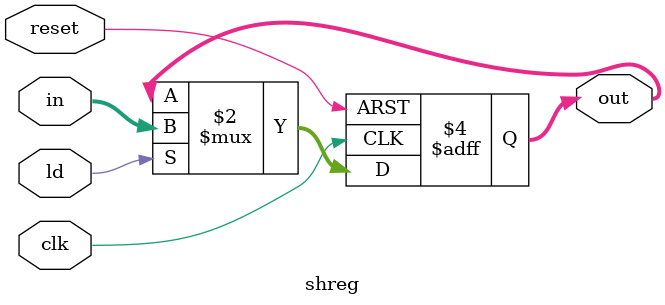
<source format=v>
`timescale 1ns / 1ps


module shreg(output reg [7:0] out, input [7:0] in, input ld,clk,reset);
always @(posedge clk, posedge reset)
begin
    if(reset) out <= 0;
    else if(ld) out <= in;
end
endmodule 

</source>
